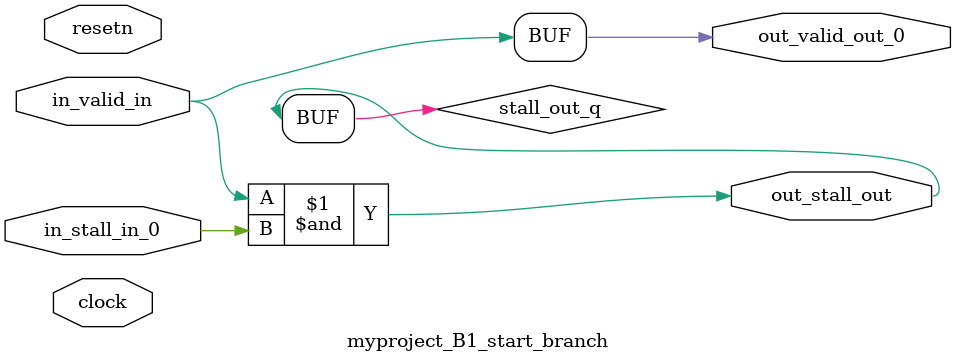
<source format=sv>



(* altera_attribute = "-name AUTO_SHIFT_REGISTER_RECOGNITION OFF; -name MESSAGE_DISABLE 10036; -name MESSAGE_DISABLE 10037; -name MESSAGE_DISABLE 14130; -name MESSAGE_DISABLE 14320; -name MESSAGE_DISABLE 15400; -name MESSAGE_DISABLE 14130; -name MESSAGE_DISABLE 10036; -name MESSAGE_DISABLE 12020; -name MESSAGE_DISABLE 12030; -name MESSAGE_DISABLE 12010; -name MESSAGE_DISABLE 12110; -name MESSAGE_DISABLE 14320; -name MESSAGE_DISABLE 13410; -name MESSAGE_DISABLE 113007; -name MESSAGE_DISABLE 10958" *)
module myproject_B1_start_branch (
    input wire [0:0] in_stall_in_0,
    input wire [0:0] in_valid_in,
    output wire [0:0] out_stall_out,
    output wire [0:0] out_valid_out_0,
    input wire clock,
    input wire resetn
    );

    wire [0:0] stall_out_q;


    // stall_out(LOGICAL,6)
    assign stall_out_q = in_valid_in & in_stall_in_0;

    // out_stall_out(GPOUT,4)
    assign out_stall_out = stall_out_q;

    // out_valid_out_0(GPOUT,5)
    assign out_valid_out_0 = in_valid_in;

endmodule

</source>
